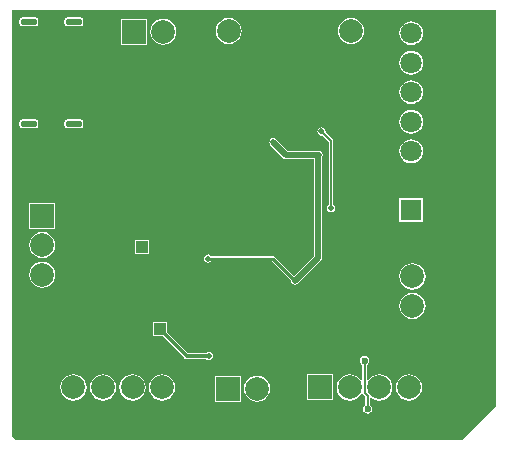
<source format=gbl>
G04*
G04 #@! TF.GenerationSoftware,Altium Limited,Altium Designer,21.0.8 (223)*
G04*
G04 Layer_Physical_Order=2*
G04 Layer_Color=16711680*
%FSLAX25Y25*%
%MOIN*%
G70*
G04*
G04 #@! TF.SameCoordinates,8682EA25-DCF7-411F-8805-334446643B85*
G04*
G04*
G04 #@! TF.FilePolarity,Positive*
G04*
G01*
G75*
%ADD10C,0.00787*%
%ADD11C,0.01181*%
%ADD14C,0.01000*%
%ADD47C,0.01968*%
%ADD48R,0.07874X0.07874*%
%ADD49C,0.07874*%
%ADD50C,0.07087*%
%ADD51R,0.07087X0.07087*%
%ADD52R,0.07874X0.07874*%
G04:AMPARAMS|DCode=53|XSize=55.12mil|YSize=19.68mil|CornerRadius=4.92mil|HoleSize=0mil|Usage=FLASHONLY|Rotation=0.000|XOffset=0mil|YOffset=0mil|HoleType=Round|Shape=RoundedRectangle|*
%AMROUNDEDRECTD53*
21,1,0.05512,0.00984,0,0,0.0*
21,1,0.04528,0.01968,0,0,0.0*
1,1,0.00984,0.02264,-0.00492*
1,1,0.00984,-0.02264,-0.00492*
1,1,0.00984,-0.02264,0.00492*
1,1,0.00984,0.02264,0.00492*
%
%ADD53ROUNDEDRECTD53*%
%ADD54R,0.03937X0.03937*%
%ADD55C,0.03937*%
%ADD56R,0.03937X0.03937*%
%ADD57C,0.01968*%
%ADD58C,0.02362*%
G36*
X161993Y10175D02*
X150849Y-969D01*
X2006D01*
X803Y234D01*
Y142406D01*
X161993D01*
Y10175D01*
D02*
G37*
%LPC*%
G36*
X23345Y139983D02*
X19408D01*
X19372Y139968D01*
X19113D01*
X19026Y139951D01*
X19015D01*
Y139949D01*
X18767Y139900D01*
X18474Y139704D01*
X18279Y139411D01*
X18210Y139065D01*
Y138081D01*
X18279Y137735D01*
X18474Y137442D01*
X18767Y137247D01*
X19015Y137197D01*
Y137195D01*
X19026D01*
X19113Y137178D01*
X19372D01*
X19408Y137163D01*
X23345D01*
X23382Y137178D01*
X23641D01*
X23728Y137195D01*
X23739D01*
Y137197D01*
X23986Y137247D01*
X24279Y137442D01*
X24475Y137735D01*
X24544Y138081D01*
Y139065D01*
X24475Y139411D01*
X24279Y139704D01*
X23986Y139900D01*
X23739Y139949D01*
Y139951D01*
X23728D01*
X23641Y139968D01*
X23382D01*
X23345Y139983D01*
D02*
G37*
G36*
X8385D02*
X4448D01*
X4411Y139968D01*
X4152D01*
X4065Y139951D01*
X4054D01*
Y139949D01*
X3807Y139900D01*
X3514Y139704D01*
X3318Y139411D01*
X3249Y139065D01*
Y138081D01*
X3318Y137735D01*
X3514Y137442D01*
X3807Y137247D01*
X4054Y137197D01*
Y137195D01*
X4065D01*
X4152Y137178D01*
X4411D01*
X4448Y137163D01*
X8385D01*
X8421Y137178D01*
X8680D01*
X8767Y137195D01*
X8778D01*
Y137197D01*
X9026Y137247D01*
X9319Y137442D01*
X9515Y137735D01*
X9583Y138081D01*
Y139065D01*
X9515Y139411D01*
X9319Y139704D01*
X9026Y139900D01*
X8778Y139949D01*
Y139951D01*
X8767D01*
X8680Y139968D01*
X8421D01*
X8385Y139983D01*
D02*
G37*
G36*
X113779Y139801D02*
X112649Y139652D01*
X111595Y139216D01*
X110691Y138522D01*
X109997Y137617D01*
X109560Y136564D01*
X109411Y135433D01*
X109560Y134302D01*
X109997Y133249D01*
X110691Y132344D01*
X111595Y131650D01*
X112649Y131214D01*
X113779Y131065D01*
X114910Y131214D01*
X115964Y131650D01*
X116868Y132344D01*
X117562Y133249D01*
X117999Y134302D01*
X118148Y135433D01*
X117999Y136564D01*
X117562Y137617D01*
X116868Y138522D01*
X115964Y139216D01*
X114910Y139652D01*
X113779Y139801D01*
D02*
G37*
G36*
X73032D02*
X71901Y139652D01*
X70847Y139216D01*
X69943Y138522D01*
X69249Y137617D01*
X68812Y136564D01*
X68663Y135433D01*
X68812Y134302D01*
X69249Y133249D01*
X69943Y132344D01*
X70847Y131650D01*
X71901Y131214D01*
X73032Y131065D01*
X74162Y131214D01*
X75216Y131650D01*
X76120Y132344D01*
X76814Y133249D01*
X77251Y134302D01*
X77400Y135433D01*
X77251Y136564D01*
X76814Y137617D01*
X76120Y138522D01*
X75216Y139216D01*
X74162Y139652D01*
X73032Y139801D01*
D02*
G37*
G36*
X45669Y139567D02*
X37008D01*
Y130905D01*
X45669D01*
Y139567D01*
D02*
G37*
G36*
X51181Y139604D02*
X50051Y139455D01*
X48997Y139019D01*
X48092Y138325D01*
X47398Y137420D01*
X46962Y136367D01*
X46813Y135236D01*
X46962Y134106D01*
X47398Y133052D01*
X48092Y132148D01*
X48997Y131453D01*
X50051Y131017D01*
X51181Y130868D01*
X52312Y131017D01*
X53365Y131453D01*
X54270Y132148D01*
X54964Y133052D01*
X55400Y134106D01*
X55549Y135236D01*
X55400Y136367D01*
X54964Y137420D01*
X54270Y138325D01*
X53365Y139019D01*
X52312Y139455D01*
X51181Y139604D01*
D02*
G37*
G36*
X133858Y138715D02*
X132831Y138580D01*
X131873Y138183D01*
X131050Y137552D01*
X130419Y136730D01*
X130023Y135772D01*
X129887Y134744D01*
X130023Y133716D01*
X130419Y132759D01*
X131050Y131936D01*
X131873Y131305D01*
X132831Y130908D01*
X133858Y130773D01*
X134886Y130908D01*
X135844Y131305D01*
X136666Y131936D01*
X137297Y132759D01*
X137694Y133716D01*
X137829Y134744D01*
X137694Y135772D01*
X137297Y136730D01*
X136666Y137552D01*
X135844Y138183D01*
X134886Y138580D01*
X133858Y138715D01*
D02*
G37*
G36*
Y128873D02*
X132831Y128737D01*
X131873Y128340D01*
X131050Y127709D01*
X130419Y126887D01*
X130023Y125929D01*
X129887Y124902D01*
X130023Y123874D01*
X130419Y122916D01*
X131050Y122094D01*
X131873Y121463D01*
X132831Y121066D01*
X133858Y120931D01*
X134886Y121066D01*
X135844Y121463D01*
X136666Y122094D01*
X137297Y122916D01*
X137694Y123874D01*
X137829Y124902D01*
X137694Y125929D01*
X137297Y126887D01*
X136666Y127709D01*
X135844Y128340D01*
X134886Y128737D01*
X133858Y128873D01*
D02*
G37*
G36*
Y119030D02*
X132831Y118895D01*
X131873Y118498D01*
X131050Y117867D01*
X130419Y117045D01*
X130023Y116087D01*
X129887Y115059D01*
X130023Y114031D01*
X130419Y113074D01*
X131050Y112251D01*
X131873Y111620D01*
X132831Y111223D01*
X133858Y111088D01*
X134886Y111223D01*
X135844Y111620D01*
X136666Y112251D01*
X137297Y113074D01*
X137694Y114031D01*
X137829Y115059D01*
X137694Y116087D01*
X137297Y117045D01*
X136666Y117867D01*
X135844Y118498D01*
X134886Y118895D01*
X133858Y119030D01*
D02*
G37*
G36*
X23345Y105968D02*
X19408D01*
X19372Y105953D01*
X19113D01*
X19026Y105935D01*
X19015D01*
Y105933D01*
X18767Y105884D01*
X18474Y105688D01*
X18279Y105395D01*
X18210Y105049D01*
Y104065D01*
X18279Y103719D01*
X18474Y103427D01*
X18767Y103231D01*
X19015Y103182D01*
Y103179D01*
X19026D01*
X19113Y103162D01*
X19372D01*
X19408Y103147D01*
X23345D01*
X23382Y103162D01*
X23641D01*
X23728Y103179D01*
X23739D01*
Y103182D01*
X23986Y103231D01*
X24279Y103427D01*
X24475Y103719D01*
X24544Y104065D01*
Y105049D01*
X24475Y105395D01*
X24279Y105688D01*
X23986Y105884D01*
X23739Y105933D01*
Y105935D01*
X23728D01*
X23641Y105953D01*
X23382D01*
X23345Y105968D01*
D02*
G37*
G36*
X8385D02*
X4448D01*
X4411Y105953D01*
X4152D01*
X4065Y105935D01*
X4054D01*
Y105933D01*
X3807Y105884D01*
X3514Y105688D01*
X3318Y105395D01*
X3249Y105049D01*
Y104065D01*
X3318Y103719D01*
X3514Y103427D01*
X3807Y103231D01*
X4054Y103182D01*
Y103179D01*
X4065D01*
X4152Y103162D01*
X4411D01*
X4448Y103147D01*
X8385D01*
X8421Y103162D01*
X8680D01*
X8767Y103179D01*
X8778D01*
Y103182D01*
X9026Y103231D01*
X9319Y103427D01*
X9515Y103719D01*
X9583Y104065D01*
Y105049D01*
X9515Y105395D01*
X9319Y105688D01*
X9026Y105884D01*
X8778Y105933D01*
Y105935D01*
X8767D01*
X8680Y105953D01*
X8421D01*
X8385Y105968D01*
D02*
G37*
G36*
X133858Y109187D02*
X132831Y109052D01*
X131873Y108656D01*
X131050Y108024D01*
X130419Y107202D01*
X130023Y106244D01*
X129887Y105217D01*
X130023Y104189D01*
X130419Y103231D01*
X131050Y102409D01*
X131873Y101778D01*
X132831Y101381D01*
X133858Y101246D01*
X134886Y101381D01*
X135844Y101778D01*
X136666Y102409D01*
X137297Y103231D01*
X137694Y104189D01*
X137829Y105217D01*
X137694Y106244D01*
X137297Y107202D01*
X136666Y108024D01*
X135844Y108656D01*
X134886Y109052D01*
X133858Y109187D01*
D02*
G37*
G36*
Y99345D02*
X132831Y99210D01*
X131873Y98813D01*
X131050Y98182D01*
X130419Y97360D01*
X130023Y96402D01*
X129887Y95374D01*
X130023Y94346D01*
X130419Y93388D01*
X131050Y92566D01*
X131873Y91935D01*
X132831Y91538D01*
X133858Y91403D01*
X134886Y91538D01*
X135844Y91935D01*
X136666Y92566D01*
X137297Y93388D01*
X137694Y94346D01*
X137829Y95374D01*
X137694Y96402D01*
X137297Y97360D01*
X136666Y98182D01*
X135844Y98813D01*
X134886Y99210D01*
X133858Y99345D01*
D02*
G37*
G36*
X103937Y103374D02*
X103399Y103267D01*
X102944Y102962D01*
X102639Y102506D01*
X102532Y101969D01*
X102639Y101431D01*
X102944Y100975D01*
X103399Y100671D01*
X103937Y100564D01*
X104162Y100608D01*
X106284Y98486D01*
Y77499D01*
X106093Y77371D01*
X105789Y76916D01*
X105682Y76378D01*
X105789Y75840D01*
X106093Y75384D01*
X106549Y75080D01*
X107087Y74973D01*
X107624Y75080D01*
X108080Y75384D01*
X108385Y75840D01*
X108492Y76378D01*
X108385Y76916D01*
X108080Y77371D01*
X107889Y77499D01*
Y98819D01*
X107828Y99126D01*
X107654Y99387D01*
X105297Y101744D01*
X105342Y101969D01*
X105235Y102506D01*
X104930Y102962D01*
X104475Y103267D01*
X103937Y103374D01*
D02*
G37*
G36*
X137795Y79626D02*
X129921D01*
Y71752D01*
X137795D01*
Y79626D01*
D02*
G37*
G36*
X15157Y78248D02*
X6496D01*
Y69587D01*
X15157D01*
Y78248D01*
D02*
G37*
G36*
X46457Y65748D02*
X41732D01*
Y61024D01*
X46457D01*
Y65748D01*
D02*
G37*
G36*
X10827Y68443D02*
X9696Y68294D01*
X8643Y67858D01*
X7738Y67163D01*
X7044Y66259D01*
X6607Y65205D01*
X6459Y64075D01*
X6607Y62944D01*
X7044Y61891D01*
X7738Y60986D01*
X8643Y60292D01*
X9696Y59856D01*
X10827Y59707D01*
X11957Y59856D01*
X13011Y60292D01*
X13916Y60986D01*
X14610Y61891D01*
X15046Y62944D01*
X15195Y64075D01*
X15046Y65205D01*
X14610Y66259D01*
X13916Y67163D01*
X13011Y67858D01*
X11957Y68294D01*
X10827Y68443D01*
D02*
G37*
G36*
X87908Y99718D02*
X87370Y99611D01*
X86914Y99306D01*
X86610Y98850D01*
X86503Y98313D01*
X86610Y97775D01*
X86914Y97319D01*
X91034Y93199D01*
X91490Y92895D01*
X92028Y92788D01*
X101351D01*
Y60523D01*
X94730Y53901D01*
X88390Y60241D01*
X88095Y60438D01*
X87746Y60508D01*
X67239D01*
X67184Y60590D01*
X66729Y60895D01*
X66191Y61001D01*
X65653Y60895D01*
X65197Y60590D01*
X64893Y60134D01*
X64786Y59597D01*
X64893Y59059D01*
X65197Y58603D01*
X65653Y58298D01*
X66191Y58192D01*
X66729Y58298D01*
X67184Y58603D01*
X67239Y58685D01*
X87369D01*
X93693Y52361D01*
X93674Y52264D01*
X93781Y51726D01*
X94085Y51270D01*
X94541Y50966D01*
X95079Y50859D01*
X95616Y50966D01*
X96072Y51270D01*
X103749Y58947D01*
X104054Y59403D01*
X104161Y59941D01*
Y93521D01*
X104251Y93655D01*
X104358Y94193D01*
X104251Y94731D01*
X103946Y95186D01*
X103490Y95491D01*
X102953Y95598D01*
X92610D01*
X88901Y99306D01*
X88445Y99611D01*
X87908Y99718D01*
D02*
G37*
G36*
X10827Y58600D02*
X9696Y58451D01*
X8643Y58015D01*
X7738Y57321D01*
X7044Y56416D01*
X6607Y55363D01*
X6459Y54232D01*
X6607Y53102D01*
X7044Y52048D01*
X7738Y51144D01*
X8643Y50449D01*
X9696Y50013D01*
X10827Y49864D01*
X11957Y50013D01*
X13011Y50449D01*
X13916Y51144D01*
X14610Y52048D01*
X15046Y53102D01*
X15195Y54232D01*
X15046Y55363D01*
X14610Y56416D01*
X13916Y57321D01*
X13011Y58015D01*
X11957Y58451D01*
X10827Y58600D01*
D02*
G37*
G36*
X134252Y58010D02*
X133121Y57861D01*
X132068Y57425D01*
X131163Y56730D01*
X130469Y55826D01*
X130033Y54772D01*
X129884Y53642D01*
X130033Y52511D01*
X130469Y51458D01*
X131163Y50553D01*
X132068Y49859D01*
X133121Y49422D01*
X134252Y49274D01*
X135382Y49422D01*
X136436Y49859D01*
X137341Y50553D01*
X138035Y51458D01*
X138471Y52511D01*
X138620Y53642D01*
X138471Y54772D01*
X138035Y55826D01*
X137341Y56730D01*
X136436Y57425D01*
X135382Y57861D01*
X134252Y58010D01*
D02*
G37*
G36*
Y48167D02*
X133121Y48019D01*
X132068Y47582D01*
X131163Y46888D01*
X130469Y45983D01*
X130033Y44930D01*
X129884Y43799D01*
X130033Y42669D01*
X130469Y41615D01*
X131163Y40710D01*
X132068Y40016D01*
X133121Y39580D01*
X134252Y39431D01*
X135382Y39580D01*
X136436Y40016D01*
X137341Y40710D01*
X138035Y41615D01*
X138471Y42669D01*
X138620Y43799D01*
X138471Y44930D01*
X138035Y45983D01*
X137341Y46888D01*
X136436Y47582D01*
X135382Y48019D01*
X134252Y48167D01*
D02*
G37*
G36*
X52461Y38386D02*
X47736D01*
Y33661D01*
X51041D01*
X58247Y26456D01*
X58573Y26238D01*
X58957Y26162D01*
X65360D01*
X65801Y25867D01*
X66339Y25760D01*
X66876Y25867D01*
X67332Y26172D01*
X67637Y26628D01*
X67743Y27165D01*
X67637Y27703D01*
X67332Y28159D01*
X66876Y28463D01*
X66339Y28570D01*
X65801Y28463D01*
X65360Y28169D01*
X59372D01*
X52461Y35081D01*
Y38386D01*
D02*
G37*
G36*
X118307Y27196D02*
X117693Y27074D01*
X117172Y26726D01*
X116824Y26205D01*
X116701Y25591D01*
X116824Y24976D01*
X117172Y24455D01*
X117504Y24233D01*
Y19202D01*
X117004Y19032D01*
X116474Y19723D01*
X115570Y20417D01*
X114516Y20853D01*
X113386Y21002D01*
X112255Y20853D01*
X111202Y20417D01*
X110297Y19723D01*
X109603Y18818D01*
X109167Y17764D01*
X109018Y16634D01*
X109167Y15503D01*
X109603Y14450D01*
X110297Y13545D01*
X111202Y12851D01*
X112255Y12415D01*
X113386Y12266D01*
X114516Y12415D01*
X115570Y12851D01*
X116474Y13545D01*
X117125Y14393D01*
X117136Y14398D01*
X117398Y14423D01*
X117684Y14388D01*
X117739Y14306D01*
X118489Y13557D01*
Y10806D01*
X118156Y10584D01*
X117808Y10063D01*
X117686Y9449D01*
X117808Y8834D01*
X118156Y8314D01*
X118677Y7965D01*
X119291Y7843D01*
X119906Y7965D01*
X120427Y8314D01*
X120775Y8834D01*
X120897Y9449D01*
X120775Y10063D01*
X120427Y10584D01*
X120094Y10806D01*
Y12950D01*
X120594Y13196D01*
X121044Y12851D01*
X122098Y12415D01*
X123228Y12266D01*
X124359Y12415D01*
X125412Y12851D01*
X126317Y13545D01*
X127011Y14450D01*
X127448Y15503D01*
X127596Y16634D01*
X127448Y17764D01*
X127011Y18818D01*
X126317Y19723D01*
X125412Y20417D01*
X124359Y20853D01*
X123228Y21002D01*
X122098Y20853D01*
X121044Y20417D01*
X120140Y19723D01*
X119610Y19032D01*
X119110Y19202D01*
Y24233D01*
X119442Y24455D01*
X119790Y24976D01*
X119913Y25591D01*
X119790Y26205D01*
X119442Y26726D01*
X118922Y27074D01*
X118307Y27196D01*
D02*
G37*
G36*
X107874Y20965D02*
X99213D01*
Y12303D01*
X107874D01*
Y20965D01*
D02*
G37*
G36*
X133071Y21002D02*
X131940Y20853D01*
X130887Y20417D01*
X129982Y19723D01*
X129288Y18818D01*
X128852Y17764D01*
X128703Y16634D01*
X128852Y15503D01*
X129288Y14450D01*
X129982Y13545D01*
X130887Y12851D01*
X131940Y12415D01*
X133071Y12266D01*
X134201Y12415D01*
X135255Y12851D01*
X136160Y13545D01*
X136854Y14450D01*
X137290Y15503D01*
X137439Y16634D01*
X137290Y17764D01*
X136854Y18818D01*
X136160Y19723D01*
X135255Y20417D01*
X134201Y20853D01*
X133071Y21002D01*
D02*
G37*
G36*
X50787D02*
X49657Y20853D01*
X48603Y20417D01*
X47699Y19723D01*
X47005Y18818D01*
X46568Y17764D01*
X46419Y16634D01*
X46568Y15503D01*
X47005Y14450D01*
X47699Y13545D01*
X48603Y12851D01*
X49657Y12415D01*
X50787Y12266D01*
X51918Y12415D01*
X52971Y12851D01*
X53876Y13545D01*
X54570Y14450D01*
X55007Y15503D01*
X55155Y16634D01*
X55007Y17764D01*
X54570Y18818D01*
X53876Y19723D01*
X52971Y20417D01*
X51918Y20853D01*
X50787Y21002D01*
D02*
G37*
G36*
X40945D02*
X39814Y20853D01*
X38761Y20417D01*
X37856Y19723D01*
X37162Y18818D01*
X36726Y17764D01*
X36577Y16634D01*
X36726Y15503D01*
X37162Y14450D01*
X37856Y13545D01*
X38761Y12851D01*
X39814Y12415D01*
X40945Y12266D01*
X42075Y12415D01*
X43129Y12851D01*
X44034Y13545D01*
X44728Y14450D01*
X45164Y15503D01*
X45313Y16634D01*
X45164Y17764D01*
X44728Y18818D01*
X44034Y19723D01*
X43129Y20417D01*
X42075Y20853D01*
X40945Y21002D01*
D02*
G37*
G36*
X31102D02*
X29972Y20853D01*
X28918Y20417D01*
X28014Y19723D01*
X27319Y18818D01*
X26883Y17764D01*
X26734Y16634D01*
X26883Y15503D01*
X27319Y14450D01*
X28014Y13545D01*
X28918Y12851D01*
X29972Y12415D01*
X31102Y12266D01*
X32233Y12415D01*
X33286Y12851D01*
X34191Y13545D01*
X34885Y14450D01*
X35322Y15503D01*
X35470Y16634D01*
X35322Y17764D01*
X34885Y18818D01*
X34191Y19723D01*
X33286Y20417D01*
X32233Y20853D01*
X31102Y21002D01*
D02*
G37*
G36*
X21260D02*
X20129Y20853D01*
X19076Y20417D01*
X18171Y19723D01*
X17477Y18818D01*
X17041Y17764D01*
X16892Y16634D01*
X17041Y15503D01*
X17477Y14450D01*
X18171Y13545D01*
X19076Y12851D01*
X20129Y12415D01*
X21260Y12266D01*
X22390Y12415D01*
X23444Y12851D01*
X24349Y13545D01*
X25043Y14450D01*
X25479Y15503D01*
X25628Y16634D01*
X25479Y17764D01*
X25043Y18818D01*
X24349Y19723D01*
X23444Y20417D01*
X22390Y20853D01*
X21260Y21002D01*
D02*
G37*
G36*
X76968Y20571D02*
X68307D01*
Y11909D01*
X76968D01*
Y20571D01*
D02*
G37*
G36*
X82480Y20608D02*
X81350Y20459D01*
X80296Y20023D01*
X79392Y19329D01*
X78698Y18424D01*
X78261Y17371D01*
X78112Y16240D01*
X78261Y15110D01*
X78698Y14056D01*
X79392Y13151D01*
X80296Y12457D01*
X81350Y12021D01*
X82480Y11872D01*
X83611Y12021D01*
X84664Y12457D01*
X85569Y13151D01*
X86263Y14056D01*
X86700Y15110D01*
X86848Y16240D01*
X86700Y17371D01*
X86263Y18424D01*
X85569Y19329D01*
X84664Y20023D01*
X83611Y20459D01*
X82480Y20608D01*
D02*
G37*
%LPD*%
D10*
X103937Y101969D02*
X107087Y98819D01*
Y76378D02*
Y98819D01*
X118307Y14874D02*
X119291Y13890D01*
X118307Y14874D02*
Y25591D01*
X119291Y9449D02*
Y13890D01*
D11*
X58957Y27165D02*
X66339D01*
X50098Y36024D02*
X58957Y27165D01*
D14*
X66191Y59597D02*
X87746D01*
X95079Y52264D01*
D47*
X92028Y94193D02*
X102953D01*
X95079Y52264D02*
X102756Y59941D01*
Y94095D01*
X87908Y98313D02*
X92028Y94193D01*
D48*
X10827Y73917D02*
D03*
X134252Y33957D02*
D03*
D49*
X10827Y64075D02*
D03*
Y54232D02*
D03*
Y44390D02*
D03*
X113779Y135433D02*
D03*
X51181Y135236D02*
D03*
X134252Y53642D02*
D03*
Y43799D02*
D03*
X113386Y16634D02*
D03*
X123228D02*
D03*
X133071D02*
D03*
X82480Y16240D02*
D03*
X73032Y135433D02*
D03*
X50787Y16634D02*
D03*
X21260D02*
D03*
X31102D02*
D03*
X40945D02*
D03*
D50*
X133858Y105217D02*
D03*
Y95374D02*
D03*
Y85532D02*
D03*
Y115059D02*
D03*
Y124902D02*
D03*
Y134744D02*
D03*
D51*
Y75689D02*
D03*
D52*
X103937Y135433D02*
D03*
X41339Y135236D02*
D03*
X103543Y16634D02*
D03*
X72638Y16240D02*
D03*
X82874Y135433D02*
D03*
X11417Y16634D02*
D03*
D53*
X6416Y138573D02*
D03*
X21377D02*
D03*
Y104557D02*
D03*
X6416D02*
D03*
D54*
X50098Y36024D02*
D03*
D55*
Y43898D02*
D03*
X51968Y63386D02*
D03*
X13386Y137106D02*
D03*
D56*
X44094Y63386D02*
D03*
D57*
X79626Y35531D02*
D03*
X103593Y99065D02*
D03*
X66191Y59597D02*
D03*
X95079Y52264D02*
D03*
X107087Y76378D02*
D03*
X103937Y101969D02*
D03*
X66339Y27165D02*
D03*
X102756Y94095D02*
D03*
X87908Y98313D02*
D03*
D58*
X118307Y25591D02*
D03*
X119291Y9449D02*
D03*
M02*

</source>
